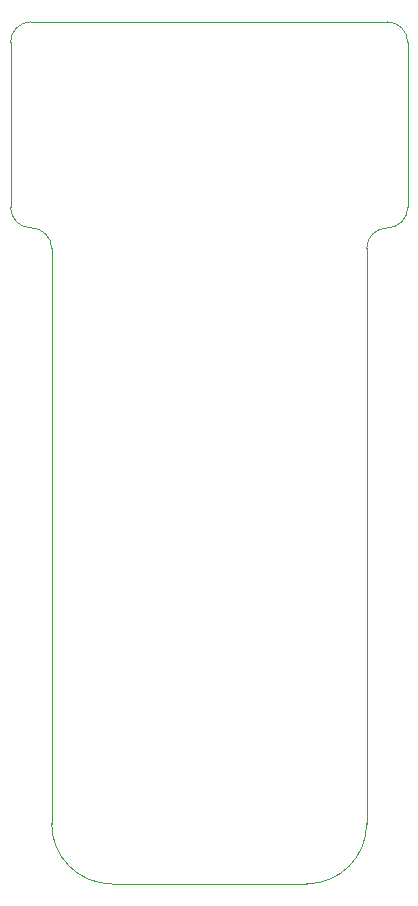
<source format=gm1>
%TF.GenerationSoftware,KiCad,Pcbnew,8.0.7*%
%TF.CreationDate,2025-01-17T09:17:43+02:00*%
%TF.ProjectId,Video DAC,56696465-6f20-4444-9143-2e6b69636164,V0*%
%TF.SameCoordinates,Original*%
%TF.FileFunction,Profile,NP*%
%FSLAX46Y46*%
G04 Gerber Fmt 4.6, Leading zero omitted, Abs format (unit mm)*
G04 Created by KiCad (PCBNEW 8.0.7) date 2025-01-17 09:17:43*
%MOMM*%
%LPD*%
G01*
G04 APERTURE LIST*
%TA.AperFunction,Profile*%
%ADD10C,0.100000*%
%TD*%
G04 APERTURE END LIST*
D10*
X-5384421Y3302000D02*
X-5384421Y17272000D01*
X-5384421Y17272000D02*
G75*
G02*
X-3643802Y19012619I1740617J2D01*
G01*
X28244422Y3301999D02*
X28244422Y17271999D01*
X-1903183Y-179238D02*
X-1904999Y-48895000D01*
X24763184Y-179239D02*
G75*
G02*
X26503803Y1561386I1740556J69D01*
G01*
X28244422Y3301999D02*
G75*
G02*
X26503803Y1561378I-1740522J-99D01*
G01*
X19685001Y-53975000D02*
X3175001Y-53975000D01*
X24765000Y-48895001D02*
G75*
G02*
X19685001Y-53975000I-5080000J1D01*
G01*
X-3643802Y1561381D02*
G75*
G02*
X-1903183Y-179238I-24J-1740643D01*
G01*
X-3643802Y19012617D02*
X26503803Y19012618D01*
X-3643802Y1561381D02*
G75*
G02*
X-5384421Y3302000I3J1740622D01*
G01*
X26503803Y19012618D02*
G75*
G02*
X28244418Y17271999I97J-1740518D01*
G01*
X24763184Y-179239D02*
X24765000Y-48895001D01*
X3175001Y-53975000D02*
G75*
G02*
X-1905000Y-48895000I-1J5080000D01*
G01*
M02*

</source>
